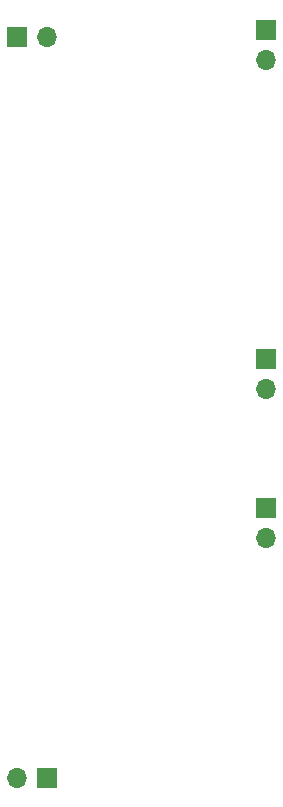
<source format=gbs>
G04 #@! TF.GenerationSoftware,KiCad,Pcbnew,6.0.11-2627ca5db0~126~ubuntu22.04.1*
G04 #@! TF.CreationDate,2023-10-21T17:03:14+02:00*
G04 #@! TF.ProjectId,CC_LED_Driver,43435f4c-4544-45f4-9472-697665722e6b,rev?*
G04 #@! TF.SameCoordinates,Original*
G04 #@! TF.FileFunction,Soldermask,Bot*
G04 #@! TF.FilePolarity,Negative*
%FSLAX46Y46*%
G04 Gerber Fmt 4.6, Leading zero omitted, Abs format (unit mm)*
G04 Created by KiCad (PCBNEW 6.0.11-2627ca5db0~126~ubuntu22.04.1) date 2023-10-21 17:03:14*
%MOMM*%
%LPD*%
G01*
G04 APERTURE LIST*
%ADD10R,1.700000X1.700000*%
%ADD11O,1.700000X1.700000*%
G04 APERTURE END LIST*
D10*
X135600000Y-112025000D03*
D11*
X135600000Y-114565000D03*
D10*
X114475000Y-72125000D03*
D11*
X117015000Y-72125000D03*
D10*
X117025000Y-134875000D03*
D11*
X114485000Y-134875000D03*
D10*
X135600000Y-71525000D03*
D11*
X135600000Y-74065000D03*
D10*
X135600000Y-99425000D03*
D11*
X135600000Y-101965000D03*
M02*

</source>
